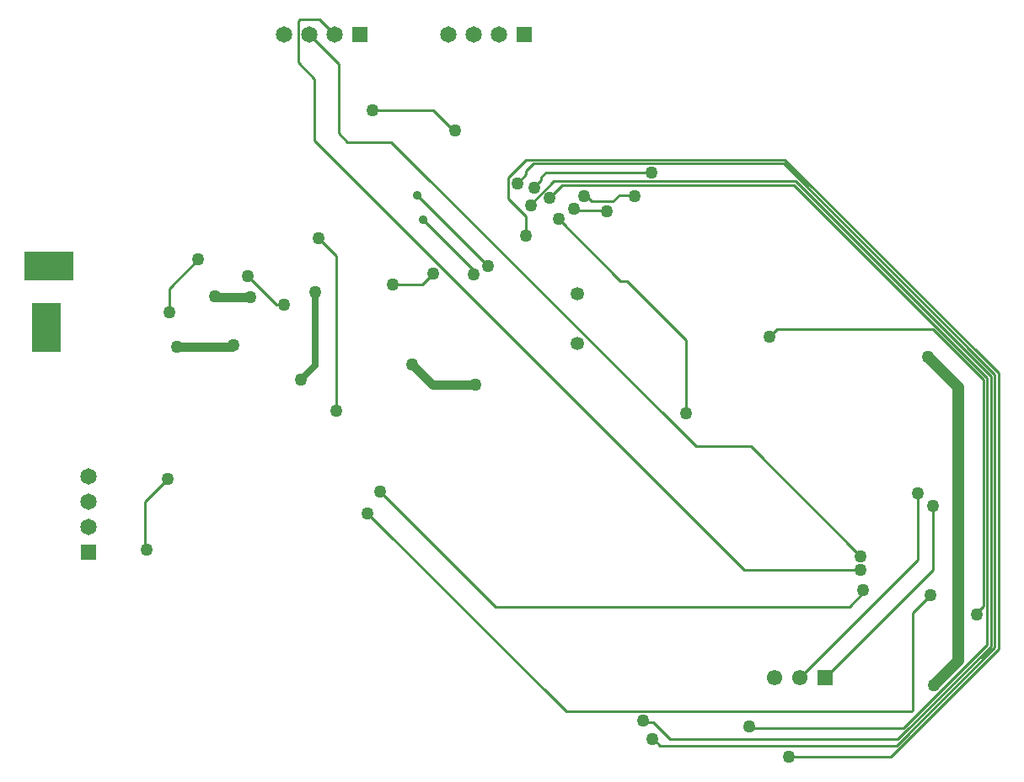
<source format=gbr>
G04*
G04 #@! TF.GenerationSoftware,Altium Limited,Altium Designer,24.9.1 (31)*
G04*
G04 Layer_Physical_Order=2*
G04 Layer_Color=16711680*
%FSLAX44Y44*%
%MOMM*%
G71*
G04*
G04 #@! TF.SameCoordinates,0288D2A1-9ADD-411E-8E8B-FA1067C2B916*
G04*
G04*
G04 #@! TF.FilePolarity,Positive*
G04*
G01*
G75*
%ADD15C,0.2540*%
%ADD125C,1.5500*%
%ADD126R,1.5500X1.5500*%
%ADD134C,0.6350*%
%ADD136C,1.1430*%
%ADD139C,0.8890*%
%ADD142C,1.6500*%
%ADD143R,1.6500X1.6500*%
%ADD144R,3.0000X5.0000*%
%ADD145R,5.0000X3.0000*%
%ADD146C,1.3500*%
%ADD147R,1.6500X1.6500*%
%ADD148C,1.2700*%
%ADD149C,0.8890*%
D15*
X784860Y1184910D02*
X800100Y1169670D01*
X774700D02*
X803910Y1140460D01*
X764758Y1184910D02*
X784860D01*
X763270Y1183422D02*
X764758Y1184910D01*
X763270Y1141730D02*
Y1183422D01*
X803910Y1070610D02*
Y1140460D01*
X838200Y1093470D02*
X899160D01*
X922020Y1070610D01*
X1071880Y993140D02*
X1073150Y991870D01*
X1041400Y993140D02*
X1071880D01*
X1040130Y994410D02*
X1041400Y993140D01*
X1050290Y1007110D02*
X1053039D01*
X1058119Y1002030D01*
X1099820Y1008380D02*
X1101090Y1007110D01*
X1024890Y984250D02*
X1086822Y922318D01*
X1085850Y1008380D02*
X1099820D01*
X1079500Y1002030D02*
X1085850Y1008380D01*
X1086822Y922318D02*
X1093172D01*
X1058119Y1002030D02*
X1079500D01*
X888630Y983350D02*
X941070Y930910D01*
Y924560D02*
Y930910D01*
X882650Y1008380D02*
X953770Y937260D01*
X858520Y918210D02*
X887730D01*
X899160Y929640D01*
X991870Y967740D02*
Y986790D01*
X1000760Y1016994D02*
X1007447Y1023681D01*
Y1026497D02*
X1012190Y1031240D01*
X992207Y1032847D02*
X999490Y1040130D01*
X974090Y1004570D02*
Y1026428D01*
X983551Y1020381D02*
X992207Y1029037D01*
X974090Y1004570D02*
X991870Y986790D01*
X974090Y1026428D02*
X991602Y1043940D01*
X992207Y1029037D02*
Y1032847D01*
X996950Y998220D02*
Y999362D01*
X1007447Y1023681D02*
Y1026497D01*
X996950Y999362D02*
X1019938Y1022350D01*
X1000760Y1016000D02*
Y1016994D01*
X1016000Y1005840D02*
X1028700Y1018540D01*
X1211580Y472440D02*
X1371472D01*
X1292860Y523240D02*
X1400810Y631190D01*
X1330960Y608330D02*
Y610870D01*
X1316990Y594360D02*
X1330960Y608330D01*
X1267460Y523240D02*
X1385570Y641350D01*
X1379002Y488950D02*
X1380490Y490438D01*
X1217960Y755620D02*
X1328420Y645160D01*
X1380490Y490438D02*
Y588010D01*
X1211580Y631190D02*
X1328420D01*
X1400810D02*
Y695960D01*
X1385570Y641350D02*
Y708660D01*
X1380490Y588010D02*
X1398270Y605790D01*
X1136650Y461010D02*
X1365430D01*
X1119544Y478116D02*
X1136650Y461010D01*
X1111924Y478116D02*
X1119544D01*
X1109980Y480060D02*
X1111924Y478116D01*
X1118870Y461010D02*
X1120538D01*
X1153160Y788670D02*
Y862330D01*
X1162610Y755620D02*
X1217960D01*
X1455420Y556388D02*
Y824538D01*
X1365430Y461010D02*
X1459230Y554809D01*
X1463040Y553231D02*
Y827694D01*
X1371472Y472440D02*
X1455420Y556388D01*
X1445260Y588408D02*
X1451610Y594758D01*
X1445260Y586740D02*
Y588408D01*
X1459230Y554809D02*
Y826116D01*
X633730Y914400D02*
X662940Y943610D01*
X1262996Y1022350D02*
X1459230Y826116D01*
X1466850Y551653D02*
Y829310D01*
X1252220Y1043940D02*
X1466850Y829310D01*
X1250604Y1040130D02*
X1463040Y827694D01*
X609600Y699770D02*
X632460Y722630D01*
X609600Y652780D02*
Y699770D01*
Y652780D02*
X610870Y651510D01*
X741680Y897890D02*
X749300D01*
X783590Y965200D02*
X801370Y947420D01*
Y791210D02*
Y947420D01*
X763270Y1141730D02*
X779780Y1125220D01*
X833120Y688340D02*
X1032510Y488950D01*
X961390Y594360D02*
X1316990D01*
X845820Y709930D02*
X961390Y594360D01*
X1032510Y488950D02*
X1379002D01*
X1120538Y461010D02*
X1126888Y454660D01*
X1364469D01*
X1463040Y553231D01*
X1358427Y443230D02*
X1466850Y551653D01*
X999490Y1040130D02*
X1250604D01*
X1261418Y1018540D02*
X1455420Y824538D01*
X1451610Y594758D02*
Y822960D01*
X1019938Y1022350D02*
X1262996D01*
X1028700Y1018540D02*
X1261418D01*
X1244600Y873760D02*
X1400810D01*
X1451610Y822960D01*
X1236980Y866140D02*
X1244600Y873760D01*
X1256030Y443230D02*
X1358427D01*
X779780Y1062990D02*
Y1125220D01*
X803910Y1070610D02*
X812800Y1061720D01*
X779780Y1062990D02*
X1211580Y631190D01*
X812800Y1061720D02*
X856510D01*
X991602Y1043940D02*
X1252220D01*
X856510Y1061720D02*
X1162610Y755620D01*
X953770Y937260D02*
X956310Y934720D01*
X1012190Y1031240D02*
X1117675D01*
X1093172Y922318D02*
X1153160Y862330D01*
X697230Y855980D02*
X698500Y857250D01*
X633730Y890270D02*
Y914400D01*
X712470Y927100D02*
X741680Y897890D01*
D125*
X1242060Y523240D02*
D03*
X1267460D02*
D03*
D126*
X1292860D02*
D03*
D134*
X765810Y822960D02*
X779930Y837080D01*
Y910740D01*
D136*
X1395730Y845820D02*
X1426210Y815340D01*
Y539750D02*
Y815340D01*
X1402005Y515545D02*
X1426210Y539750D01*
D139*
X897890Y817880D02*
X941070D01*
X641350Y855980D02*
X697230D01*
X877570Y838200D02*
X897890Y817880D01*
X714375Y906145D02*
X715010Y905510D01*
X679450Y906780D02*
X680085Y906145D01*
X714375D01*
D142*
X749300Y1169670D02*
D03*
X774700D02*
D03*
X800100D02*
D03*
X914400D02*
D03*
X939800D02*
D03*
X965200D02*
D03*
X552450Y725170D02*
D03*
Y699770D02*
D03*
Y674370D02*
D03*
D143*
X825500Y1169670D02*
D03*
X990600D02*
D03*
D144*
X510540Y875030D02*
D03*
D145*
X513080Y937260D02*
D03*
D146*
X1043940Y858920D02*
D03*
Y908920D02*
D03*
D147*
X552450Y648970D02*
D03*
D148*
X953770Y937260D02*
D03*
X983551Y1020381D02*
D03*
X1000760Y1016000D02*
D03*
X1016000Y1005840D02*
D03*
X996950Y998220D02*
D03*
X991870Y967740D02*
D03*
X662940Y943610D02*
D03*
X633730Y890270D02*
D03*
X641350Y855980D02*
D03*
X765810Y822960D02*
D03*
X698500Y857250D02*
D03*
X712470Y927100D02*
D03*
X715010Y905510D02*
D03*
X749300Y897890D02*
D03*
X679450Y906780D02*
D03*
X1328420Y645160D02*
D03*
X1385570Y708660D02*
D03*
X1330960Y610870D02*
D03*
X1400810Y695960D02*
D03*
X1328420Y631190D02*
D03*
X1398270Y605790D02*
D03*
X877570Y838200D02*
D03*
X920750Y1073150D02*
D03*
X939800Y928370D02*
D03*
X1101090Y1007110D02*
D03*
X1236980Y866140D02*
D03*
X1445260Y586740D02*
D03*
X1050290Y1007110D02*
D03*
X779930Y910740D02*
D03*
X838200Y1093470D02*
D03*
X783590Y965200D02*
D03*
X858520Y918210D02*
D03*
X899160Y929640D02*
D03*
X801370Y791210D02*
D03*
X833120Y688340D02*
D03*
X845820Y709930D02*
D03*
X941070Y817880D02*
D03*
X1216660Y473710D02*
D03*
X1117675Y1031240D02*
D03*
X1109980Y480060D02*
D03*
X1073150Y991870D02*
D03*
X1153160Y788670D02*
D03*
X1402005Y515545D02*
D03*
X632460Y722630D02*
D03*
X1395730Y845820D02*
D03*
X610870Y651510D02*
D03*
X1256030Y443230D02*
D03*
X1118870Y461010D02*
D03*
X1024890Y984250D02*
D03*
X1040130Y994410D02*
D03*
D149*
X888630Y983350D02*
D03*
X882650Y1008380D02*
D03*
M02*

</source>
